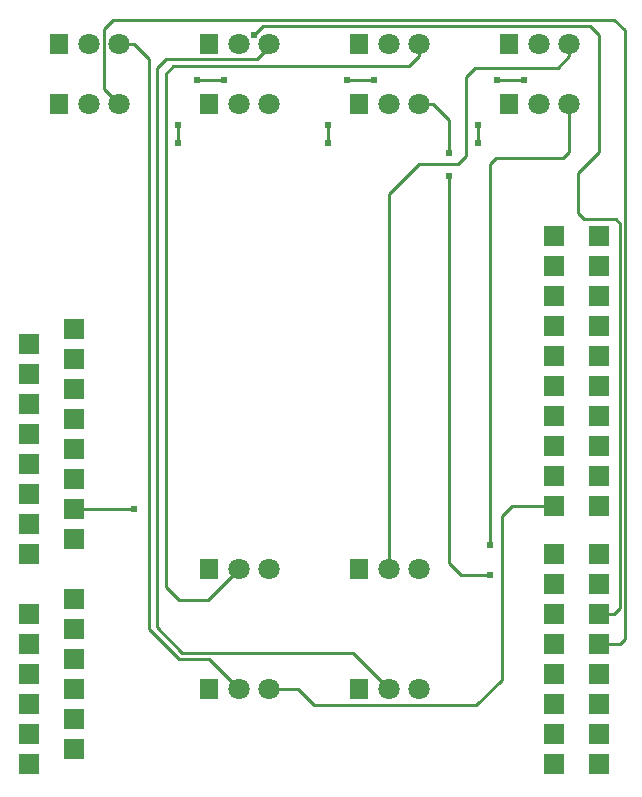
<source format=gbl>
G04 Layer: BottomLayer*
G04 EasyEDA v6.5.38, 2023-11-18 20:37:54*
G04 b8ba80685cd040f094fae154fa66d560,1f58bdd708a443c08c5fadb9c6478ee0,10*
G04 Gerber Generator version 0.2*
G04 Scale: 100 percent, Rotated: No, Reflected: No *
G04 Dimensions in millimeters *
G04 leading zeros omitted , absolute positions ,4 integer and 5 decimal *
%FSLAX45Y45*%
%MOMM*%

%AMMACRO1*21,1,$1,$2,0,0,$3*%
%ADD10C,0.2540*%
%ADD11C,1.8000*%
%ADD12R,1.5748X1.8000*%
%ADD13MACRO1,1.7X1.7X-90.0000*%
%ADD14R,1.7000X1.7000*%
%ADD15C,0.6200*%

%LPD*%
D10*
X4826000Y6096000D02*
G01*
X4826000Y5689600D01*
X4775200Y5638800D01*
X4203700Y5638800D01*
X4152900Y5588000D01*
X4152900Y2362200D01*
X4826000Y6604000D02*
G01*
X4826000Y6502400D01*
X4725415Y6401815D01*
X4026915Y6401815D01*
X3949700Y6324600D01*
X3949700Y5651500D01*
X3886200Y5588000D01*
X3556000Y5588000D01*
X3302000Y5334000D01*
X3302000Y2159000D01*
X4051300Y5918200D02*
G01*
X4051300Y5765800D01*
X4445000Y6299200D02*
G01*
X4216400Y6299200D01*
X2781300Y5918200D02*
G01*
X2781300Y5765800D01*
X3175000Y6299200D02*
G01*
X2946400Y6299200D01*
X1511300Y5918200D02*
G01*
X1511300Y5765800D01*
X1905000Y6299200D02*
G01*
X1676400Y6299200D01*
X1143000Y2667000D02*
G01*
X635005Y2667000D01*
X635000Y2666994D01*
X3556000Y6096005D02*
G01*
X3670287Y6096005D01*
X3810000Y5956294D01*
X3810000Y5676900D01*
X4152900Y2108200D02*
G01*
X3911600Y2108200D01*
X3810000Y2209800D01*
X3810000Y5486400D01*
X2286000Y1143000D02*
G01*
X2527300Y1143000D01*
X2667000Y1003300D01*
X4038600Y1003300D01*
X4254500Y1219200D01*
X4254500Y2603500D01*
X4343400Y2692400D01*
X4699000Y2692400D01*
X5080000Y1778000D02*
G01*
X5207000Y1778000D01*
X5257800Y1828800D01*
X5257800Y5080000D01*
X5219700Y5118100D01*
X4953000Y5118100D01*
X4902200Y5168900D01*
X4902200Y5511800D01*
X5080000Y5689600D01*
X5080000Y6680200D01*
X5003800Y6756400D01*
X2235200Y6756400D01*
X2159000Y6680200D01*
X5079974Y1523992D02*
G01*
X5257792Y1523992D01*
X5295900Y1562100D01*
X5295900Y6718300D01*
X5207000Y6807200D01*
X965200Y6807200D01*
X889000Y6731000D01*
X889000Y6223010D01*
X1016005Y6096005D01*
X3556005Y6604005D02*
G01*
X3556005Y6502405D01*
X3467100Y6413500D01*
X1473200Y6413500D01*
X1409700Y6350000D01*
X1409700Y2006600D01*
X1524000Y1892300D01*
X1765300Y1892300D01*
X2032005Y2159005D01*
X2286005Y6604005D02*
G01*
X2286005Y6578605D01*
X2184400Y6477000D01*
X1409700Y6477000D01*
X1333500Y6400800D01*
X1333500Y1663700D01*
X1549400Y1447800D01*
X2997210Y1447800D01*
X3302005Y1143005D01*
X1016005Y6604005D02*
G01*
X1142994Y6604005D01*
X1270000Y6477000D01*
X1270000Y1651000D01*
X1524000Y1397000D01*
X1778010Y1397000D01*
X2032005Y1143005D01*
D11*
G01*
X2286005Y6096005D03*
G01*
X2032005Y6096005D03*
D12*
G01*
X1778005Y6096005D03*
D11*
G01*
X2286005Y6604005D03*
G01*
X2032005Y6604005D03*
D12*
G01*
X1778005Y6604005D03*
D11*
G01*
X3556005Y6096005D03*
G01*
X3302005Y6096005D03*
D12*
G01*
X3048005Y6096005D03*
D11*
G01*
X3556005Y6604005D03*
G01*
X3302005Y6604005D03*
D12*
G01*
X3048005Y6604005D03*
D11*
G01*
X4826005Y6604005D03*
G01*
X4572005Y6604005D03*
D12*
G01*
X4318005Y6604005D03*
D11*
G01*
X4826005Y6096005D03*
G01*
X4572005Y6096005D03*
D12*
G01*
X4318005Y6096005D03*
D11*
G01*
X1016005Y6604005D03*
G01*
X762005Y6604005D03*
D12*
G01*
X508005Y6604005D03*
D11*
G01*
X1016005Y6096005D03*
G01*
X762005Y6096005D03*
D12*
G01*
X508005Y6096005D03*
D11*
G01*
X2286005Y2159005D03*
G01*
X2032005Y2159005D03*
D12*
G01*
X1778005Y2159005D03*
D11*
G01*
X3556005Y2159005D03*
G01*
X3302005Y2159005D03*
D12*
G01*
X3048005Y2159005D03*
D11*
G01*
X3556005Y1143005D03*
G01*
X3302005Y1143005D03*
D12*
G01*
X3048005Y1143005D03*
D11*
G01*
X2286005Y1143005D03*
G01*
X2032005Y1143005D03*
D12*
G01*
X1778005Y1143005D03*
D13*
G01*
X5079974Y4978400D03*
G01*
X5079974Y4724400D03*
G01*
X5079974Y4470400D03*
G01*
X5079974Y4216400D03*
G01*
X5079974Y3962400D03*
G01*
X5079974Y3708400D03*
G01*
X5079974Y3454400D03*
G01*
X5079974Y3200400D03*
G01*
X5079974Y2946400D03*
G01*
X5079974Y2692400D03*
G01*
X5079974Y2286000D03*
G01*
X5079974Y2032000D03*
G01*
X5079974Y1778000D03*
G01*
X5079974Y1524000D03*
G01*
X5079974Y1270000D03*
G01*
X5079974Y1016000D03*
G01*
X5079974Y762000D03*
G01*
X5079974Y508000D03*
G01*
X254000Y508000D03*
G01*
X254000Y762000D03*
G01*
X254000Y1016000D03*
G01*
X254000Y1270000D03*
G01*
X254000Y1524000D03*
G01*
X254000Y1778000D03*
G01*
X254000Y2286000D03*
G01*
X254000Y2540000D03*
G01*
X254000Y2794000D03*
G01*
X254000Y3048000D03*
G01*
X254000Y3302000D03*
G01*
X254000Y3556000D03*
G01*
X254000Y3810000D03*
G01*
X254000Y4064000D03*
D14*
G01*
X635000Y4190992D03*
G01*
X635000Y3936992D03*
G01*
X635000Y3682992D03*
G01*
X635000Y3428992D03*
G01*
X635000Y3174992D03*
G01*
X635000Y2920992D03*
G01*
X635000Y2666992D03*
G01*
X635000Y2412992D03*
G01*
X635000Y1904992D03*
G01*
X635000Y1650992D03*
G01*
X635000Y1396992D03*
G01*
X635000Y1142992D03*
G01*
X635000Y888992D03*
G01*
X635000Y634992D03*
G01*
X4699000Y507992D03*
G01*
X4699000Y761992D03*
G01*
X4699000Y1015992D03*
G01*
X4699000Y1269992D03*
G01*
X4699000Y1523992D03*
G01*
X4699000Y1777992D03*
G01*
X4699000Y2031992D03*
G01*
X4699000Y2285992D03*
G01*
X4699000Y2692392D03*
G01*
X4699000Y2946392D03*
G01*
X4699000Y3200392D03*
G01*
X4699000Y3454392D03*
G01*
X4699000Y3708392D03*
G01*
X4699000Y3962392D03*
G01*
X4699000Y4216392D03*
G01*
X4699000Y4470392D03*
G01*
X4699000Y4724392D03*
G01*
X4699000Y4978392D03*
D15*
G01*
X2159000Y6680200D03*
G01*
X4152900Y2108200D03*
G01*
X3810000Y5486400D03*
G01*
X3810000Y5676900D03*
G01*
X4152900Y2362200D03*
G01*
X1143000Y2667000D03*
G01*
X1905000Y6299200D03*
G01*
X1676400Y6299200D03*
G01*
X1511300Y5918200D03*
G01*
X1511300Y5765800D03*
G01*
X3175000Y6299200D03*
G01*
X2946400Y6299200D03*
G01*
X2781300Y5918200D03*
G01*
X2781300Y5765800D03*
G01*
X4445000Y6299200D03*
G01*
X4216400Y6299200D03*
G01*
X4051300Y5918200D03*
G01*
X4051300Y5765800D03*
M02*

</source>
